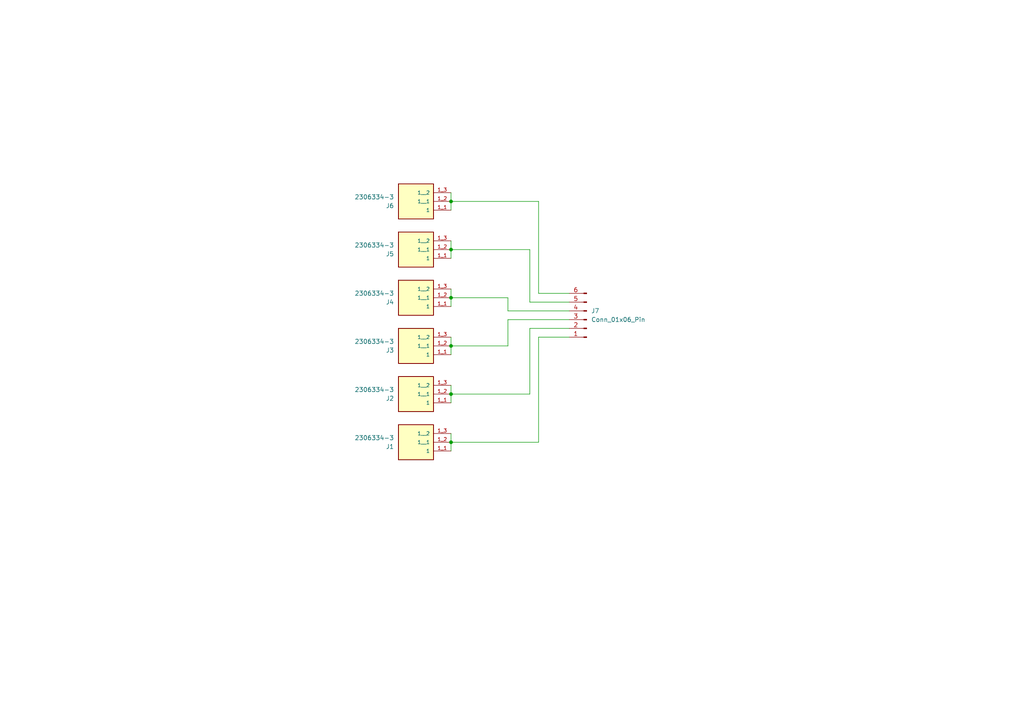
<source format=kicad_sch>
(kicad_sch (version 20231120) (generator "eeschema") (generator_version "8.0")
  (paper "A4")
  (lib_symbols
    (symbol "Connector:Conn_01x06_Pin" (pin_names (offset 1.016) hide)
      (property "Reference" "J" (at 0 7.62 0))
      (property "Value" "Conn_01x06_Pin" (at 0 -10.16 0))
      (symbol "Conn_01x06_Pin_1_1"
        (polyline (pts (xy 1.27 -7.62) (xy 0.8636 -7.62)) (stroke (width 0.1524)))
        (polyline (pts (xy 1.27 -5.08) (xy 0.8636 -5.08)) (stroke (width 0.1524)))
        (polyline (pts (xy 1.27 -2.54) (xy 0.8636 -2.54)) (stroke (width 0.1524)))
        (polyline (pts (xy 1.27 0) (xy 0.8636 0)) (stroke (width 0.1524)))
        (polyline (pts (xy 1.27 2.54) (xy 0.8636 2.54)) (stroke (width 0.1524)))
        (polyline (pts (xy 1.27 5.08) (xy 0.8636 5.08)) (stroke (width 0.1524)))
        (rectangle (start 0.8636 -7.493) (end 0 -7.747) (stroke (width 0.1524)) (fill (type outline)))
        (rectangle (start 0.8636 -4.953) (end 0 -5.207) (stroke (width 0.1524)) (fill (type outline)))
        (rectangle (start 0.8636 -2.413) (end 0 -2.667) (stroke (width 0.1524)) (fill (type outline)))
        (rectangle (start 0.8636 0.127) (end 0 -0.127) (stroke (width 0.1524)) (fill (type outline)))
        (rectangle (start 0.8636 2.667) (end 0 2.413) (stroke (width 0.1524)) (fill (type outline)))
        (rectangle (start 0.8636 5.207) (end 0 4.953) (stroke (width 0.1524)) (fill (type outline)))
        (pin passive line (at 5.08 5.08 180) (length 3.81) (name "Pin_1") (number "1"))
        (pin passive line (at 5.08 2.54 180) (length 3.81) (name "Pin_2") (number "2"))
        (pin passive line (at 5.08 0 180) (length 3.81) (name "Pin_3") (number "3"))
        (pin passive line (at 5.08 -2.54 180) (length 3.81) (name "Pin_4") (number "4"))
        (pin passive line (at 5.08 -5.08 180) (length 3.81) (name "Pin_5") (number "5"))
        (pin passive line (at 5.08 -7.62 180) (length 3.81) (name "Pin_6") (number "6"))
      )
    )
    (symbol "custom_symbols:2306334-3" (pin_names (offset 1.016))
      (property "Reference" "J" (at -5.08 3.175 0))
      (property "Value" "2306334-3" (at -5.08 -10.16 0))
      (symbol "2306334-3_0_0"
        (rectangle (start -5.08 -7.62) (end 5.08 2.54) (stroke (width 0.254)) (fill (type background)))
        (pin passive line (at -10.16 0 0) (length 5.08) (name "1") (number "1_1"))
        (pin passive line (at -10.16 -2.54 0) (length 5.08) (name "1__1") (number "1_2"))
        (pin passive line (at -10.16 -5.08 0) (length 5.08) (name "1__2") (number "1_3"))
      )
    )
  )
  (junction (at 130.81 58.42))
  (junction (at 130.81 100.33))
  (junction (at 130.81 86.36))
  (junction (at 130.81 114.3))
  (junction (at 130.81 128.27))
  (junction (at 130.81 72.39))
  (wire (pts (xy 156.21 58.42) (xy 130.81 58.42)))
  (wire (pts (xy 130.81 88.9) (xy 130.81 86.36)))
  (wire (pts (xy 130.81 86.36) (xy 130.81 83.82)))
  (wire (pts (xy 130.81 130.81) (xy 130.81 128.27)))
  (wire (pts (xy 130.81 128.27) (xy 130.81 125.73)))
  (wire (pts (xy 130.81 72.39) (xy 153.67 72.39)))
  (wire (pts (xy 130.81 114.3) (xy 130.81 111.76)))
  (wire (pts (xy 130.81 100.33) (xy 147.32 100.33)))
  (wire (pts (xy 156.21 97.79) (xy 156.21 128.27)))
  (wire (pts (xy 165.1 90.17) (xy 147.32 90.17)))
  (wire (pts (xy 165.1 85.09) (xy 156.21 85.09)))
  (wire (pts (xy 130.81 100.33) (xy 130.81 97.79)))
  (wire (pts (xy 130.81 72.39) (xy 130.81 69.85)))
  (wire (pts (xy 130.81 86.36) (xy 147.32 86.36)))
  (wire (pts (xy 165.1 97.79) (xy 156.21 97.79)))
  (wire (pts (xy 153.67 95.25) (xy 153.67 114.3)))
  (wire (pts (xy 130.81 58.42) (xy 130.81 55.88)))
  (wire (pts (xy 156.21 58.42) (xy 156.21 85.09)))
  (wire (pts (xy 165.1 87.63) (xy 153.67 87.63)))
  (wire (pts (xy 130.81 128.27) (xy 156.21 128.27)))
  (wire (pts (xy 130.81 116.84) (xy 130.81 114.3)))
  (wire (pts (xy 153.67 87.63) (xy 153.67 72.39)))
  (wire (pts (xy 165.1 92.71) (xy 147.32 92.71)))
  (wire (pts (xy 165.1 95.25) (xy 153.67 95.25)))
  (wire (pts (xy 130.81 102.87) (xy 130.81 100.33)))
  (wire (pts (xy 147.32 90.17) (xy 147.32 86.36)))
  (wire (pts (xy 130.81 74.93) (xy 130.81 72.39)))
  (wire (pts (xy 147.32 92.71) (xy 147.32 100.33)))
  (wire (pts (xy 130.81 58.42) (xy 130.81 60.96)))
  (wire (pts (xy 130.81 114.3) (xy 153.67 114.3)))
  (symbol (lib_id "custom_symbols:2306334-3") (at 120.65 102.87 180) (unit 1)
    (property "Reference" "J3" (at 114.3 101.6001 0) (effects (justify left)))
    (property "Value" "2306334-3" (at 114.3 99.0601 0) (effects (justify left)))
    (property "Footprint" "custom symbols:TE_2306334-3" (effects (hide yes)))
    (property "PARTREV" "A" (effects (hide yes)))
    (property "STANDARD" "Manufacturer Recommendations" (effects (hide yes)))
    (property "MAXIMUM_PACKAGE_HEIGHT" "1.25 mm" (effects (hide yes)))
    (property "MANUFACTURER" "TE Connectivity" (effects (hide yes)))
    (property "LCSC" "C3308705" (effects (hide yes)))
  )
  (symbol (lib_id "Connector:Conn_01x06_Pin") (at 170.18 92.71 180) (unit 1)
    (property "Reference" "J7" (at 171.45 90.1699 0) (effects (justify right)))
    (property "Value" "Conn_01x06_Pin" (at 171.45 92.7099 0) (effects (justify right)))
    (property "Footprint" "Connector_PinSocket_2.54mm:PinSocket_1x06_P2.54mm_Vertical" (effects (hide yes)))
    (property "Description" "Generic connector, single row, 01x06, script generated" (effects (hide yes)))
    (property "LCSC" "C492405" (effects (hide yes)))
  )
  (symbol (lib_id "custom_symbols:2306334-3") (at 120.65 116.84 180) (unit 1)
    (property "Reference" "J2" (at 114.3 115.5701 0) (effects (justify left)))
    (property "Value" "2306334-3" (at 114.3 113.0301 0) (effects (justify left)))
    (property "Footprint" "custom symbols:TE_2306334-3" (effects (hide yes)))
    (property "PARTREV" "A" (effects (hide yes)))
    (property "STANDARD" "Manufacturer Recommendations" (effects (hide yes)))
    (property "MAXIMUM_PACKAGE_HEIGHT" "1.25 mm" (effects (hide yes)))
    (property "MANUFACTURER" "TE Connectivity" (effects (hide yes)))
    (property "LCSC" "C3308705" (effects (hide yes)))
  )
  (symbol (lib_id "custom_symbols:2306334-3") (at 120.65 88.9 180) (unit 1)
    (property "Reference" "J4" (at 114.3 87.6301 0) (effects (justify left)))
    (property "Value" "2306334-3" (at 114.3 85.0901 0) (effects (justify left)))
    (property "Footprint" "custom symbols:TE_2306334-3" (effects (hide yes)))
    (property "PARTREV" "A" (effects (hide yes)))
    (property "STANDARD" "Manufacturer Recommendations" (effects (hide yes)))
    (property "MAXIMUM_PACKAGE_HEIGHT" "1.25 mm" (effects (hide yes)))
    (property "MANUFACTURER" "TE Connectivity" (effects (hide yes)))
    (property "LCSC" "C3308705" (effects (hide yes)))
  )
  (symbol (lib_id "custom_symbols:2306334-3") (at 120.65 130.81 180) (unit 1)
    (property "Reference" "J1" (at 114.3 129.5401 0) (effects (justify left)))
    (property "Value" "2306334-3" (at 114.3 127.0001 0) (effects (justify left)))
    (property "Footprint" "custom symbols:TE_2306334-3" (effects (hide yes)))
    (property "PARTREV" "A" (effects (hide yes)))
    (property "STANDARD" "Manufacturer Recommendations" (effects (hide yes)))
    (property "MAXIMUM_PACKAGE_HEIGHT" "1.25 mm" (effects (hide yes)))
    (property "MANUFACTURER" "TE Connectivity" (effects (hide yes)))
    (property "LCSC" "C3308705" (effects (hide yes)))
  )
  (symbol (lib_id "custom_symbols:2306334-3") (at 120.65 74.93 180) (unit 1)
    (property "Reference" "J5" (at 114.3 73.6601 0) (effects (justify left)))
    (property "Value" "2306334-3" (at 114.3 71.1201 0) (effects (justify left)))
    (property "Footprint" "custom symbols:TE_2306334-3" (effects (hide yes)))
    (property "PARTREV" "A" (effects (hide yes)))
    (property "STANDARD" "Manufacturer Recommendations" (effects (hide yes)))
    (property "MAXIMUM_PACKAGE_HEIGHT" "1.25 mm" (effects (hide yes)))
    (property "MANUFACTURER" "TE Connectivity" (effects (hide yes)))
    (property "LCSC" "C3308705" (effects (hide yes)))
  )
  (symbol (lib_id "custom_symbols:2306334-3") (at 120.65 60.96 180) (unit 1)
    (property "Reference" "J6" (at 114.3 59.6901 0) (effects (justify left)))
    (property "Value" "2306334-3" (at 114.3 57.1501 0) (effects (justify left)))
    (property "Footprint" "custom symbols:TE_2306334-3" (effects (hide yes)))
    (property "PARTREV" "A" (effects (hide yes)))
    (property "STANDARD" "Manufacturer Recommendations" (effects (hide yes)))
    (property "MAXIMUM_PACKAGE_HEIGHT" "1.25 mm" (effects (hide yes)))
    (property "MANUFACTURER" "TE Connectivity" (effects (hide yes)))
    (property "LCSC" "C3308705" (effects (hide yes)))
  )
)
</source>
